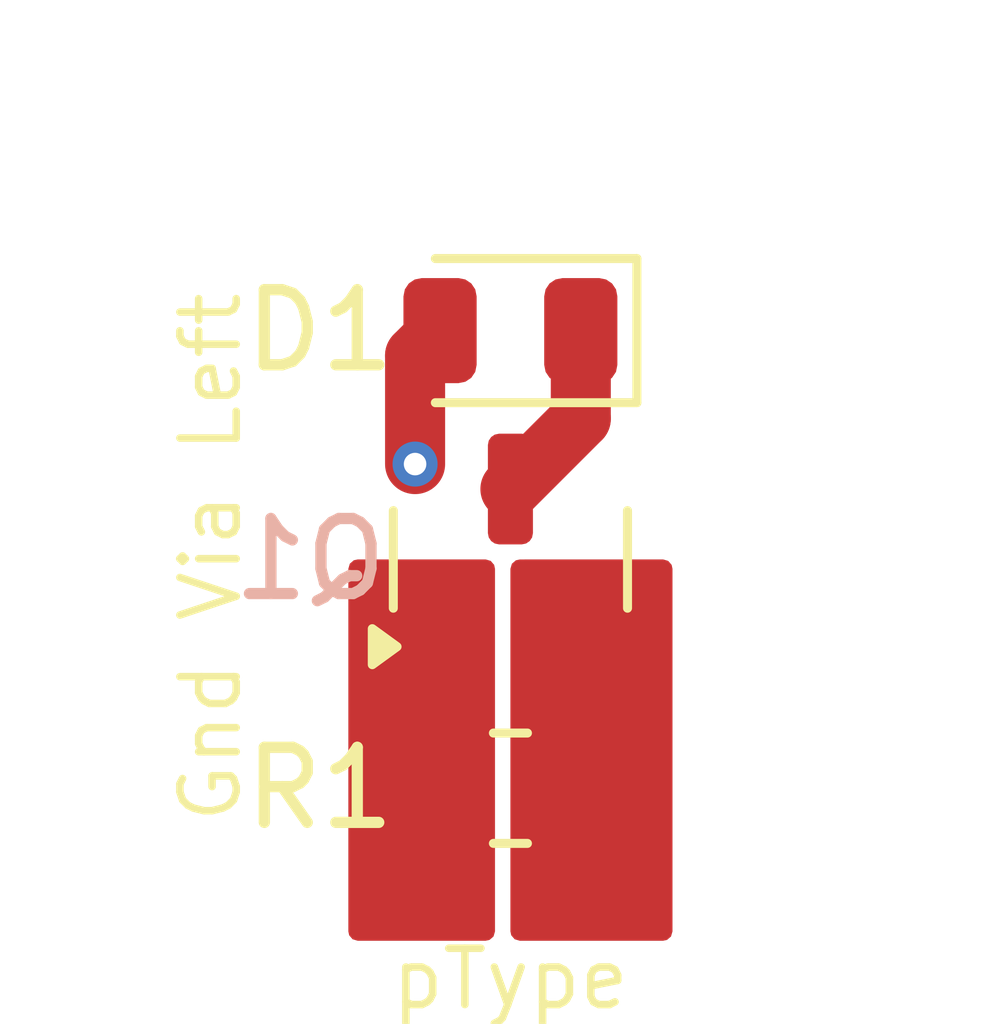
<source format=kicad_pcb>
(kicad_pcb (version 20240108) (generator "pcbnew") (generator_version "8.0")
  (layers (0 "F.Cu" signal) (31 "B.Cu" signal) (34 "B.Paste" user) (35 "F.Paste" user) (36 "B.SilkS" user "B.Silkscreen") (37 "F.SilkS" user "F.Silkscreen") (38 "B.Mask" user) (39 "F.Mask" user) (44 "Edge.Cuts" user))
  (net 0 "")
  (net 1 "/Output")
  (net 2 "GND")
  (net 3 "/Input")
  (net 4 "VDC")
  (footprint "Resistor_SMD:R_0805_2012Metric" (layer "F.Cu") (at 23.622 35.179 180)
    (property "Reference" "R1" (at 2.54 0 0) (layer "F.SilkS"))
    (property "Value" "10k")
    (fp_line (start -0.227064 0.735) (end 0.227064 0.735) (stroke (width 0.12)) (layer "F.SilkS"))
    (fp_line (start -0.227064 -0.735) (end 0.227064 -0.735) (stroke (width 0.12)) (layer "F.SilkS"))
    (pad "1" smd roundrect (at -0.9125 0 180) (size 1.025 1.4) (layers "F.Cu" "F.Paste" "F.Mask") (roundrect_rratio 0.243902) (net 4 "VDC"))
    (pad "2" smd roundrect (at 0.9125 0 180) (size 1.025 1.4) (layers "F.Cu" "F.Paste" "F.Mask") (roundrect_rratio 0.243902) (net 3 "/Input"))
  )
  (footprint "Package_TO_SOT_SMD:SOT-23" (layer "F.Cu") (at 23.622 32.131 90)
    (property "Reference" "Q1" (at 0 -2.667 0) (layer "B.SilkS") (effects (justify mirror)))
    (property "Value" "BC807")
    (fp_line (start 0 -1.56) (end 0.65 -1.56) (stroke (width 0.12)) (layer "F.SilkS"))
    (fp_line (start 0 -1.56) (end -0.65 -1.56) (stroke (width 0.12)) (layer "F.SilkS"))
    (fp_line (start 0 1.56) (end 0.65 1.56) (stroke (width 0.12)) (layer "F.SilkS"))
    (fp_line (start 0 1.56) (end -0.65 1.56) (stroke (width 0.12)) (layer "F.SilkS"))
    (fp_poly (pts (xy -1.1625 -1.51) (xy -1.4025 -1.84) (xy -0.9225 -1.84) (xy -1.1625 -1.51)) (stroke (width 0.12)) (fill solid) (layer "F.SilkS"))
    (pad "1" smd roundrect (at -0.9375 -0.95 90) (size 1.475 0.6) (layers "F.Cu" "F.Paste" "F.Mask") (net 3 "/Input"))
    (pad "2" smd roundrect (at -0.9375 0.95 90) (size 1.475 0.6) (layers "F.Cu" "F.Paste" "F.Mask") (net 4 "VDC"))
    (pad "3" smd roundrect (at 0.9375 0 90) (size 1.475 0.6) (layers "F.Cu" "F.Paste" "F.Mask") (net 1 "/Output"))
  )
  (footprint "Diode_SMD:D_0805_2012Metric" (layer "F.Cu") (at 23.622 29.083 180)
    (property "Reference" "D1" (at 2.54 0 180) (layer "F.SilkS"))
    (property "Value" "D_Schottky_Small")
    (fp_line (start 1 -0.96) (end -1.685 -0.96) (stroke (width 0.12)) (layer "F.SilkS"))
    (fp_line (start -1.685 0.96) (end 1 0.96) (stroke (width 0.12)) (layer "F.SilkS"))
    (fp_line (start -1.685 -0.96) (end -1.685 0.96) (stroke (width 0.12)) (layer "F.SilkS"))
    (pad "1" smd roundrect (at -0.9375 0 180) (size 0.975 1.4) (layers "F.Cu" "F.Paste" "F.Mask") (net 1 "/Output"))
    (pad "2" smd roundrect (at 0.9375 0 180) (size 0.975 1.4) (layers "F.Cu" "F.Paste" "F.Mask") (net 2 "GND"))
  )
  (gr_text "pType" (at 23.622 37.719 0) (layer "F.SilkS") (effects (font (size 0.75 0.75) (thickness 0.1))))
  (gr_text "Gnd Via Left" (at 20.066 35.687 90) (layer "F.SilkS") (effects (font (size 0.75 0.75) (thickness 0.1)) (justify left bottom)))
  (segment (start 24.5595 30.256) (end 23.622 31.1935) (width 0.8) (layer "F.Cu") (net 1))
  (segment (start 24.5595 29.083) (end 24.5595 30.256) (width 0.8) (layer "F.Cu") (net 1))
  (segment (start 22.352 29.4155) (end 22.6845 29.083) (width 0.8) (layer "F.Cu") (net 2))
  (segment (start 22.352 30.861) (end 22.352 29.4155) (width 0.8) (layer "F.Cu") (net 2))
  (via (at 22.352 30.861) (size 0.6) (drill 0.3) (layers "F.Cu" "B.Cu") (net 2))
  (segment (start 22.672 35.1415) (end 22.7095 35.179) (width 0.8) (layer "F.Cu") (net 3))
  (segment (start 22.672 33.0685) (end 22.672 35.1415) (width 0.8) (layer "F.Cu") (net 3))
  (segment (start 24.572 35.1415) (end 24.5345 35.179) (width 0.8) (layer "F.Cu") (net 4))
  (segment (start 24.572 33.0685) (end 24.572 35.1415) (width 0.8) (layer "F.Cu") (net 4))
  (zone (net 3) (net_name "/Input") (layer "F.Cu") (connect_pads yes (clearance 0)) (min_thickness 0.25) (fill yes (thermal_gap 0.5) (thermal_bridge_width 0.5))
    (polygon (pts (xy 21.463 37.211) (xy 21.463 32.131) (xy 23.622 32.131) (xy 23.622 37.211)))
  )
  (zone (net 4) (net_name "VDC") (layer "F.Cu") (connect_pads yes (clearance 0)) (min_thickness 0.25) (fill yes (thermal_gap 0.5) (thermal_bridge_width 0.5))
    (polygon (pts (xy 23.622 37.211) (xy 23.622 32.131) (xy 25.781 32.131) (xy 25.781 37.211)))
  )
)
</source>
